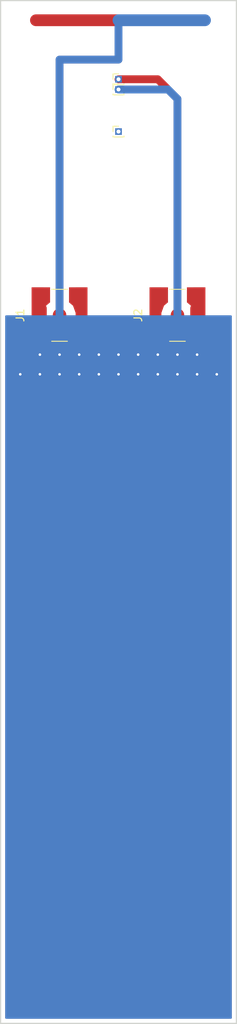
<source format=kicad_pcb>
(kicad_pcb (version 4) (host pcbnew 4.0.1-stable)

  (general
    (links 29)
    (no_connects 0)
    (area 64.924999 44.924999 95.075001 175.075001)
    (thickness 1.6)
    (drawings 4)
    (tracks 66)
    (zones 0)
    (modules 5)
    (nets 4)
  )

  (page A4)
  (layers
    (0 F.Cu signal)
    (31 B.Cu signal)
    (32 B.Adhes user)
    (33 F.Adhes user)
    (34 B.Paste user)
    (35 F.Paste user)
    (36 B.SilkS user)
    (37 F.SilkS user)
    (38 B.Mask user)
    (39 F.Mask user)
    (40 Dwgs.User user)
    (41 Cmts.User user)
    (42 Eco1.User user)
    (43 Eco2.User user)
    (44 Edge.Cuts user)
    (45 Margin user)
    (46 B.CrtYd user)
    (47 F.CrtYd user)
    (48 B.Fab user)
    (49 F.Fab user hide)
  )

  (setup
    (last_trace_width 0.1524)
    (user_trace_width 0.2)
    (user_trace_width 0.5)
    (user_trace_width 1)
    (user_trace_width 1.5)
    (trace_clearance 0.1524)
    (zone_clearance 0.508)
    (zone_45_only no)
    (trace_min 0.1524)
    (segment_width 0.2)
    (edge_width 0.15)
    (via_size 0.6858)
    (via_drill 0.3302)
    (via_min_size 0.6858)
    (via_min_drill 0.3302)
    (uvia_size 0.762)
    (uvia_drill 0.508)
    (uvias_allowed no)
    (uvia_min_size 0)
    (uvia_min_drill 0)
    (pcb_text_width 0.3)
    (pcb_text_size 1.5 1.5)
    (mod_edge_width 0.15)
    (mod_text_size 1 1)
    (mod_text_width 0.15)
    (pad_size 0.85 0.85)
    (pad_drill 0.5)
    (pad_to_mask_clearance 0.2)
    (aux_axis_origin 0 0)
    (visible_elements 7FFFFFFF)
    (pcbplotparams
      (layerselection 0x00030_80000001)
      (usegerberextensions false)
      (excludeedgelayer true)
      (linewidth 0.100000)
      (plotframeref false)
      (viasonmask false)
      (mode 1)
      (useauxorigin false)
      (hpglpennumber 1)
      (hpglpenspeed 20)
      (hpglpendiameter 15)
      (hpglpenoverlay 2)
      (psnegative false)
      (psa4output false)
      (plotreference true)
      (plotvalue true)
      (plotinvisibletext false)
      (padsonsilk false)
      (subtractmaskfromsilk false)
      (outputformat 1)
      (mirror false)
      (drillshape 1)
      (scaleselection 1)
      (outputdirectory ""))
  )

  (net 0 "")
  (net 1 GND)
  (net 2 /H)
  (net 3 /V)

  (net_class Default "This is the default net class."
    (clearance 0.1524)
    (trace_width 0.1524)
    (via_dia 0.6858)
    (via_drill 0.3302)
    (uvia_dia 0.762)
    (uvia_drill 0.508)
    (add_net /H)
    (add_net /V)
    (add_net GND)
  )

  (net_class Antenna ""
    (clearance 0.1524)
    (trace_width 1.5)
    (via_dia 0.6858)
    (via_drill 0.3302)
    (uvia_dia 0.762)
    (uvia_drill 0.508)
  )

  (net_class "Signal Trace" ""
    (clearance 0.1524)
    (trace_width 1)
    (via_dia 0.6858)
    (via_drill 0.3302)
    (uvia_dia 0.762)
    (uvia_drill 0.508)
  )

  (module Pin_Headers:Pin_Header_Straight_1x01_Pitch1.00mm (layer F.Cu) (tedit 59A5D6CA) (tstamp 59A5DA86)
    (at 80 61.65)
    (descr "Through hole straight pin header, 1x01, 1.00mm pitch, single row")
    (tags "Through hole pin header THT 1x01 1.00mm single row")
    (fp_text reference "" (at 0 -1.56) (layer F.SilkS)
      (effects (font (size 1 1) (thickness 0.15)))
    )
    (fp_text value "" (at 0 1.56) (layer F.Fab)
      (effects (font (size 1 1) (thickness 0.15)))
    )
    (fp_line (start -0.3175 -0.5) (end 0.635 -0.5) (layer F.Fab) (width 0.1))
    (fp_line (start 0.635 -0.5) (end 0.635 0.5) (layer F.Fab) (width 0.1))
    (fp_line (start 0.635 0.5) (end -0.635 0.5) (layer F.Fab) (width 0.1))
    (fp_line (start -0.635 0.5) (end -0.635 -0.1825) (layer F.Fab) (width 0.1))
    (fp_line (start -0.635 -0.1825) (end -0.3175 -0.5) (layer F.Fab) (width 0.1))
    (fp_line (start -0.695 0.685) (end 0.695 0.685) (layer F.SilkS) (width 0.12))
    (fp_line (start -0.695 0.685) (end -0.695 0.56) (layer F.SilkS) (width 0.12))
    (fp_line (start 0.695 0.685) (end 0.695 0.56) (layer F.SilkS) (width 0.12))
    (fp_line (start -0.695 0.685) (end -0.608276 0.685) (layer F.SilkS) (width 0.12))
    (fp_line (start 0.608276 0.685) (end 0.695 0.685) (layer F.SilkS) (width 0.12))
    (fp_line (start -0.695 0) (end -0.695 -0.685) (layer F.SilkS) (width 0.12))
    (fp_line (start -0.695 -0.685) (end 0 -0.685) (layer F.SilkS) (width 0.12))
    (fp_line (start -1.15 -1) (end -1.15 1) (layer F.CrtYd) (width 0.05))
    (fp_line (start -1.15 1) (end 1.15 1) (layer F.CrtYd) (width 0.05))
    (fp_line (start 1.15 1) (end 1.15 -1) (layer F.CrtYd) (width 0.05))
    (fp_line (start 1.15 -1) (end -1.15 -1) (layer F.CrtYd) (width 0.05))
    (fp_text user %R (at 0 0 90) (layer F.Fab)
      (effects (font (size 0.76 0.76) (thickness 0.114)))
    )
    (pad 1 thru_hole rect (at 0 0) (size 0.85 0.85) (drill 0.5) (layers *.Cu *.Mask))
    (model ${KISYS3DMOD}/Pin_Headers.3dshapes/Pin_Header_Straight_1x01_Pitch1.00mm.wrl
      (at (xyz 0 0 0))
      (scale (xyz 1 1 1))
      (rotate (xyz 0 0 0))
    )
  )

  (module Connectors:SMA_SMD_Jack_Straight (layer F.Cu) (tedit 58C35474) (tstamp 59A04135)
    (at 72.5 85 90)
    (descr "SMA pcb surface mount jack")
    (tags "SMA SMD Jack Straight")
    (path /5995FB60)
    (attr smd)
    (fp_text reference J1 (at 0 -5 90) (layer F.SilkS)
      (effects (font (size 1 1) (thickness 0.15)))
    )
    (fp_text value CONN_COAXIAL (at 0 5 90) (layer F.Fab)
      (effects (font (size 1 1) (thickness 0.15)))
    )
    (fp_circle (center 0 0) (end 1.27 0) (layer F.Fab) (width 0.1))
    (fp_circle (center 0 0) (end 2.04 0) (layer F.Fab) (width 0.1))
    (fp_line (start 4.06 4.06) (end -4.06 4.06) (layer F.CrtYd) (width 0.05))
    (fp_line (start 4.06 4.06) (end 4.06 -4.06) (layer F.CrtYd) (width 0.05))
    (fp_line (start -4.06 -4.06) (end -4.06 4.06) (layer F.CrtYd) (width 0.05))
    (fp_line (start -4.06 -4.06) (end 4.06 -4.06) (layer F.CrtYd) (width 0.05))
    (fp_line (start 1.58 1.58) (end 1.58 3.17) (layer F.Fab) (width 0.1))
    (fp_line (start 3.17 1.58) (end 1.58 1.58) (layer F.Fab) (width 0.1))
    (fp_line (start 1.58 -1.58) (end 3.17 -1.58) (layer F.Fab) (width 0.1))
    (fp_line (start 1.58 -3.17) (end 1.58 -1.58) (layer F.Fab) (width 0.1))
    (fp_line (start -3.17 1.58) (end -1.58 1.58) (layer F.Fab) (width 0.1))
    (fp_line (start -1.58 1.58) (end -1.58 3.17) (layer F.Fab) (width 0.1))
    (fp_line (start -3.17 -1.58) (end -1.58 -1.58) (layer F.Fab) (width 0.1))
    (fp_line (start -1.58 -3.17) (end -1.58 -1.58) (layer F.Fab) (width 0.1))
    (fp_line (start -3.17 -3.17) (end 3.17 -3.17) (layer F.Fab) (width 0.1))
    (fp_line (start -3.17 -3.17) (end -3.17 3.17) (layer F.Fab) (width 0.1))
    (fp_line (start -3.17 3.17) (end 3.17 3.17) (layer F.Fab) (width 0.1))
    (fp_line (start 3.17 -3.17) (end 3.17 3.17) (layer F.Fab) (width 0.1))
    (fp_line (start -3.3 -1) (end -3.3 1) (layer F.SilkS) (width 0.12))
    (fp_line (start 3.3 -1) (end 3.3 1) (layer F.SilkS) (width 0.12))
    (fp_text user %R (at 0 -5 90) (layer F.Fab)
      (effects (font (size 1 1) (thickness 0.15)))
    )
    (pad 2 smd rect (at 0.85 2.38 110) (size 2 1) (layers F.Cu F.Paste F.Mask)
      (net 1 GND))
    (pad 2 smd rect (at -0.85 2.38 70) (size 2 1) (layers F.Cu F.Paste F.Mask)
      (net 1 GND))
    (pad 2 smd rect (at 0.85 -2.38 70) (size 2 1) (layers F.Cu F.Paste F.Mask)
      (net 1 GND))
    (pad 2 smd rect (at -0.85 -2.38 110) (size 2 1) (layers F.Cu F.Paste F.Mask)
      (net 1 GND))
    (pad 2 smd rect (at 1.515 1.749 140) (size 1 0.5) (layers F.Cu F.Paste F.Mask)
      (net 1 GND))
    (pad 2 smd rect (at -1.515 1.749 40) (size 1 0.5) (layers F.Cu F.Paste F.Mask)
      (net 1 GND))
    (pad 2 smd rect (at 1.515 -1.749 40) (size 1 0.5) (layers F.Cu F.Paste F.Mask)
      (net 1 GND))
    (pad 2 smd rect (at -1.515 -1.749 140) (size 1 0.5) (layers F.Cu F.Paste F.Mask)
      (net 1 GND))
    (pad 2 smd rect (at 2.6 2.38 180) (size 2.35 1.91) (layers F.Cu F.Paste F.Mask)
      (net 1 GND))
    (pad 2 smd rect (at 0 2.8 180) (size 1.51 7.11) (layers F.Cu F.Paste F.Mask)
      (net 1 GND))
    (pad 2 smd rect (at -2.6 2.38 180) (size 2.35 1.91) (layers F.Cu F.Paste F.Mask)
      (net 1 GND))
    (pad 2 smd rect (at 2.6 -2.38 180) (size 2.35 1.91) (layers F.Cu F.Paste F.Mask)
      (net 1 GND))
    (pad 1 smd circle (at 0 0 180) (size 1.73 1.73) (layers F.Cu F.Paste F.Mask)
      (net 2 /H))
    (pad 2 smd rect (at 0 -2.8 180) (size 1.51 7.11) (layers F.Cu F.Paste F.Mask)
      (net 1 GND))
    (pad 2 smd rect (at -2.6 -2.38 180) (size 2.35 1.91) (layers F.Cu F.Paste F.Mask)
      (net 1 GND))
  )

  (module Connectors:SMA_SMD_Jack_Straight (layer F.Cu) (tedit 58C35474) (tstamp 59A0415D)
    (at 87.5 85 90)
    (descr "SMA pcb surface mount jack")
    (tags "SMA SMD Jack Straight")
    (path /59A03ABE)
    (attr smd)
    (fp_text reference J2 (at 0 -5 90) (layer F.SilkS)
      (effects (font (size 1 1) (thickness 0.15)))
    )
    (fp_text value CONN_COAXIAL (at 0 5 90) (layer F.Fab)
      (effects (font (size 1 1) (thickness 0.15)))
    )
    (fp_circle (center 0 0) (end 1.27 0) (layer F.Fab) (width 0.1))
    (fp_circle (center 0 0) (end 2.04 0) (layer F.Fab) (width 0.1))
    (fp_line (start 4.06 4.06) (end -4.06 4.06) (layer F.CrtYd) (width 0.05))
    (fp_line (start 4.06 4.06) (end 4.06 -4.06) (layer F.CrtYd) (width 0.05))
    (fp_line (start -4.06 -4.06) (end -4.06 4.06) (layer F.CrtYd) (width 0.05))
    (fp_line (start -4.06 -4.06) (end 4.06 -4.06) (layer F.CrtYd) (width 0.05))
    (fp_line (start 1.58 1.58) (end 1.58 3.17) (layer F.Fab) (width 0.1))
    (fp_line (start 3.17 1.58) (end 1.58 1.58) (layer F.Fab) (width 0.1))
    (fp_line (start 1.58 -1.58) (end 3.17 -1.58) (layer F.Fab) (width 0.1))
    (fp_line (start 1.58 -3.17) (end 1.58 -1.58) (layer F.Fab) (width 0.1))
    (fp_line (start -3.17 1.58) (end -1.58 1.58) (layer F.Fab) (width 0.1))
    (fp_line (start -1.58 1.58) (end -1.58 3.17) (layer F.Fab) (width 0.1))
    (fp_line (start -3.17 -1.58) (end -1.58 -1.58) (layer F.Fab) (width 0.1))
    (fp_line (start -1.58 -3.17) (end -1.58 -1.58) (layer F.Fab) (width 0.1))
    (fp_line (start -3.17 -3.17) (end 3.17 -3.17) (layer F.Fab) (width 0.1))
    (fp_line (start -3.17 -3.17) (end -3.17 3.17) (layer F.Fab) (width 0.1))
    (fp_line (start -3.17 3.17) (end 3.17 3.17) (layer F.Fab) (width 0.1))
    (fp_line (start 3.17 -3.17) (end 3.17 3.17) (layer F.Fab) (width 0.1))
    (fp_line (start -3.3 -1) (end -3.3 1) (layer F.SilkS) (width 0.12))
    (fp_line (start 3.3 -1) (end 3.3 1) (layer F.SilkS) (width 0.12))
    (fp_text user %R (at 0 -5 90) (layer F.Fab)
      (effects (font (size 1 1) (thickness 0.15)))
    )
    (pad 2 smd rect (at 0.85 2.38 110) (size 2 1) (layers F.Cu F.Paste F.Mask)
      (net 1 GND))
    (pad 2 smd rect (at -0.85 2.38 70) (size 2 1) (layers F.Cu F.Paste F.Mask)
      (net 1 GND))
    (pad 2 smd rect (at 0.85 -2.38 70) (size 2 1) (layers F.Cu F.Paste F.Mask)
      (net 1 GND))
    (pad 2 smd rect (at -0.85 -2.38 110) (size 2 1) (layers F.Cu F.Paste F.Mask)
      (net 1 GND))
    (pad 2 smd rect (at 1.515 1.749 140) (size 1 0.5) (layers F.Cu F.Paste F.Mask)
      (net 1 GND))
    (pad 2 smd rect (at -1.515 1.749 40) (size 1 0.5) (layers F.Cu F.Paste F.Mask)
      (net 1 GND))
    (pad 2 smd rect (at 1.515 -1.749 40) (size 1 0.5) (layers F.Cu F.Paste F.Mask)
      (net 1 GND))
    (pad 2 smd rect (at -1.515 -1.749 140) (size 1 0.5) (layers F.Cu F.Paste F.Mask)
      (net 1 GND))
    (pad 2 smd rect (at 2.6 2.38 180) (size 2.35 1.91) (layers F.Cu F.Paste F.Mask)
      (net 1 GND))
    (pad 2 smd rect (at 0 2.8 180) (size 1.51 7.11) (layers F.Cu F.Paste F.Mask)
      (net 1 GND))
    (pad 2 smd rect (at -2.6 2.38 180) (size 2.35 1.91) (layers F.Cu F.Paste F.Mask)
      (net 1 GND))
    (pad 2 smd rect (at 2.6 -2.38 180) (size 2.35 1.91) (layers F.Cu F.Paste F.Mask)
      (net 1 GND))
    (pad 1 smd circle (at 0 0 180) (size 1.73 1.73) (layers F.Cu F.Paste F.Mask)
      (net 3 /V))
    (pad 2 smd rect (at 0 -2.8 180) (size 1.51 7.11) (layers F.Cu F.Paste F.Mask)
      (net 1 GND))
    (pad 2 smd rect (at -2.6 -2.38 180) (size 2.35 1.91) (layers F.Cu F.Paste F.Mask)
      (net 1 GND))
  )

  (module Pin_Headers:Pin_Header_Straight_1x01_Pitch1.00mm (layer F.Cu) (tedit 59A5DBD3) (tstamp 59A5D6B6)
    (at 80 55)
    (descr "Through hole straight pin header, 1x01, 1.00mm pitch, single row")
    (tags "Through hole pin header THT 1x01 1.00mm single row")
    (fp_text reference "" (at 0 -1.56) (layer F.SilkS)
      (effects (font (size 1 1) (thickness 0.15)))
    )
    (fp_text value "" (at 0 1.56) (layer F.Fab)
      (effects (font (size 1 1) (thickness 0.15)))
    )
    (fp_line (start -0.3175 -0.5) (end 0.635 -0.5) (layer F.Fab) (width 0.1))
    (fp_line (start 0.635 -0.5) (end 0.635 0.5) (layer F.Fab) (width 0.1))
    (fp_line (start 0.635 0.5) (end -0.635 0.5) (layer F.Fab) (width 0.1))
    (fp_line (start -0.635 0.5) (end -0.635 -0.1825) (layer F.Fab) (width 0.1))
    (fp_line (start -0.635 -0.1825) (end -0.3175 -0.5) (layer F.Fab) (width 0.1))
    (fp_line (start -0.695 0.685) (end 0.695 0.685) (layer F.SilkS) (width 0.12))
    (fp_line (start -0.695 0.685) (end -0.695 0.56) (layer F.SilkS) (width 0.12))
    (fp_line (start 0.695 0.685) (end 0.695 0.56) (layer F.SilkS) (width 0.12))
    (fp_line (start -0.695 0.685) (end -0.608276 0.685) (layer F.SilkS) (width 0.12))
    (fp_line (start 0.608276 0.685) (end 0.695 0.685) (layer F.SilkS) (width 0.12))
    (fp_line (start -0.695 0) (end -0.695 -0.685) (layer F.SilkS) (width 0.12))
    (fp_line (start -0.695 -0.685) (end 0 -0.685) (layer F.SilkS) (width 0.12))
    (fp_line (start -1.15 -1) (end -1.15 1) (layer F.CrtYd) (width 0.05))
    (fp_line (start -1.15 1) (end 1.15 1) (layer F.CrtYd) (width 0.05))
    (fp_line (start 1.15 1) (end 1.15 -1) (layer F.CrtYd) (width 0.05))
    (fp_line (start 1.15 -1) (end -1.15 -1) (layer F.CrtYd) (width 0.05))
    (fp_text user %R (at 0 0 90) (layer F.Fab)
      (effects (font (size 0.76 0.76) (thickness 0.114)))
    )
    (pad 1 thru_hole rect (at 0 0) (size 0.85 0.85) (drill 0.5) (layers *.Cu *.Mask)
      (net 3 /V))
    (model ${KISYS3DMOD}/Pin_Headers.3dshapes/Pin_Header_Straight_1x01_Pitch1.00mm.wrl
      (at (xyz 0 0 0))
      (scale (xyz 1 1 1))
      (rotate (xyz 0 0 0))
    )
  )

  (module Pin_Headers:Pin_Header_Straight_1x01_Pitch1.00mm (layer F.Cu) (tedit 59A5DBDA) (tstamp 59A5D6CC)
    (at 80 56.3)
    (descr "Through hole straight pin header, 1x01, 1.00mm pitch, single row")
    (tags "Through hole pin header THT 1x01 1.00mm single row")
    (fp_text reference "" (at 0 -1.56) (layer F.SilkS)
      (effects (font (size 1 1) (thickness 0.15)))
    )
    (fp_text value "" (at 0 1.56) (layer F.Fab)
      (effects (font (size 1 1) (thickness 0.15)))
    )
    (fp_line (start -0.3175 -0.5) (end 0.635 -0.5) (layer F.Fab) (width 0.1))
    (fp_line (start 0.635 -0.5) (end 0.635 0.5) (layer F.Fab) (width 0.1))
    (fp_line (start 0.635 0.5) (end -0.635 0.5) (layer F.Fab) (width 0.1))
    (fp_line (start -0.635 0.5) (end -0.635 -0.1825) (layer F.Fab) (width 0.1))
    (fp_line (start -0.635 -0.1825) (end -0.3175 -0.5) (layer F.Fab) (width 0.1))
    (fp_line (start -0.695 0.685) (end 0.695 0.685) (layer F.SilkS) (width 0.12))
    (fp_line (start -0.695 0.685) (end -0.695 0.56) (layer F.SilkS) (width 0.12))
    (fp_line (start 0.695 0.685) (end 0.695 0.56) (layer F.SilkS) (width 0.12))
    (fp_line (start -0.695 0.685) (end -0.608276 0.685) (layer F.SilkS) (width 0.12))
    (fp_line (start 0.608276 0.685) (end 0.695 0.685) (layer F.SilkS) (width 0.12))
    (fp_line (start -0.695 0) (end -0.695 -0.685) (layer F.SilkS) (width 0.12))
    (fp_line (start -0.695 -0.685) (end 0 -0.685) (layer F.SilkS) (width 0.12))
    (fp_line (start -1.15 -1) (end -1.15 1) (layer F.CrtYd) (width 0.05))
    (fp_line (start -1.15 1) (end 1.15 1) (layer F.CrtYd) (width 0.05))
    (fp_line (start 1.15 1) (end 1.15 -1) (layer F.CrtYd) (width 0.05))
    (fp_line (start 1.15 -1) (end -1.15 -1) (layer F.CrtYd) (width 0.05))
    (fp_text user %R (at 0 0 90) (layer F.Fab)
      (effects (font (size 0.76 0.76) (thickness 0.114)))
    )
    (pad 1 thru_hole rect (at 0 0) (size 0.85 0.85) (drill 0.5) (layers *.Cu *.Mask)
      (net 1 GND))
    (model ${KISYS3DMOD}/Pin_Headers.3dshapes/Pin_Header_Straight_1x01_Pitch1.00mm.wrl
      (at (xyz 0 0 0))
      (scale (xyz 1 1 1))
      (rotate (xyz 0 0 0))
    )
  )

  (gr_line (start 95 45) (end 95 175) (angle 90) (layer Edge.Cuts) (width 0.15))
  (gr_line (start 65 45) (end 95 45) (angle 90) (layer Edge.Cuts) (width 0.15))
  (gr_line (start 65 175) (end 65 45) (angle 90) (layer Edge.Cuts) (width 0.15))
  (gr_line (start 65 175) (end 95 175) (angle 90) (layer Edge.Cuts) (width 0.15))

  (segment (start 90 92.5) (end 92.5 92.5) (width 1.5) (layer B.Cu) (net 1))
  (via (at 92.5 92.5) (size 0.6858) (drill 0.3302) (layers F.Cu B.Cu) (net 1))
  (segment (start 91 47.5) (end 80 47.5) (width 1.5) (layer B.Cu) (net 1))
  (segment (start 80 52.5) (end 80 50) (width 1) (layer B.Cu) (net 1) (tstamp 59A6EA0A))
  (segment (start 72.5 55) (end 72.5 52.5) (width 1) (layer B.Cu) (net 1))
  (segment (start 72.5 55) (end 72.5 90) (width 1) (layer B.Cu) (net 1))
  (segment (start 72.5 52.5) (end 77.5 52.5) (width 1) (layer B.Cu) (net 1) (tstamp 59A6EA04))
  (segment (start 77.5 52.5) (end 80 52.5) (width 1) (layer B.Cu) (net 1))
  (segment (start 80 47.5) (end 80 50) (width 1) (layer B.Cu) (net 1))
  (segment (start 92.5 90) (end 90 90) (width 1.5) (layer F.Cu) (net 1))
  (via (at 90 90) (size 0.6858) (drill 0.3302) (layers F.Cu B.Cu) (net 1))
  (segment (start 90 92.5) (end 90 90) (width 1.5) (layer F.Cu) (net 1) (tstamp 59A6E823))
  (via (at 90 92.5) (size 0.6858) (drill 0.3302) (layers F.Cu B.Cu) (net 1))
  (segment (start 87.5 92.5) (end 90 92.5) (width 1.5) (layer B.Cu) (net 1) (tstamp 59A6E820))
  (via (at 87.5 92.5) (size 0.6858) (drill 0.3302) (layers F.Cu B.Cu) (net 1))
  (segment (start 87.5 90) (end 87.5 92.5) (width 1.5) (layer F.Cu) (net 1) (tstamp 59A6E81D))
  (via (at 87.5 90) (size 0.6858) (drill 0.3302) (layers F.Cu B.Cu) (net 1))
  (segment (start 92.5 90) (end 89.88 87.38) (width 1.5) (layer F.Cu) (net 1) (tstamp 59A6E83D))
  (segment (start 89.88 84.15) (end 89.88 87.38) (width 1.5) (layer F.Cu) (net 1))
  (segment (start 67.5 90) (end 67.5 92.5) (width 1.5) (layer F.Cu) (net 1))
  (segment (start 70.12 87.38) (end 67.5 90) (width 1.5) (layer F.Cu) (net 1) (tstamp 59A6E72A))
  (via (at 77.5 90) (size 0.6858) (drill 0.3302) (layers F.Cu B.Cu) (net 1))
  (segment (start 75 90) (end 77.5 90) (width 1.5) (layer B.Cu) (net 1) (tstamp 59A6E802))
  (via (at 75 90) (size 0.6858) (drill 0.3302) (layers F.Cu B.Cu) (net 1))
  (segment (start 75 92.5) (end 75 90) (width 1.5) (layer F.Cu) (net 1) (tstamp 59A6E7FF))
  (via (at 75 92.5) (size 0.6858) (drill 0.3302) (layers F.Cu B.Cu) (net 1))
  (segment (start 72.5 92.5) (end 75 92.5) (width 1.5) (layer B.Cu) (net 1) (tstamp 59A6E7FC))
  (via (at 72.5 92.5) (size 0.6858) (drill 0.3302) (layers F.Cu B.Cu) (net 1))
  (segment (start 72.5 90) (end 72.5 92.5) (width 1.5) (layer F.Cu) (net 1) (tstamp 59A6E7F9))
  (via (at 72.5 90) (size 0.6858) (drill 0.3302) (layers F.Cu B.Cu) (net 1))
  (segment (start 70 90) (end 72.5 90) (width 1.5) (layer B.Cu) (net 1) (tstamp 59A6E7F6))
  (via (at 70 90) (size 0.6858) (drill 0.3302) (layers F.Cu B.Cu) (net 1))
  (segment (start 70 92.5) (end 70 90) (width 1.5) (layer F.Cu) (net 1) (tstamp 59A6E7F3))
  (via (at 70 92.5) (size 0.6858) (drill 0.3302) (layers F.Cu B.Cu) (net 1))
  (segment (start 67.5 92.5) (end 70 92.5) (width 1.5) (layer B.Cu) (net 1) (tstamp 59A6E7F0))
  (via (at 67.5 92.5) (size 0.6858) (drill 0.3302) (layers F.Cu B.Cu) (net 1))
  (segment (start 77.5 90) (end 77.5 92.5) (width 1.5) (layer F.Cu) (net 1) (tstamp 59A6E805))
  (via (at 82.5 90) (size 0.6858) (drill 0.3302) (layers F.Cu B.Cu) (net 1))
  (segment (start 80 90) (end 82.5 90) (width 1.5) (layer B.Cu) (net 1) (tstamp 59A6E80E))
  (via (at 80 90) (size 0.6858) (drill 0.3302) (layers F.Cu B.Cu) (net 1))
  (segment (start 80 92.5) (end 80 90) (width 1.5) (layer F.Cu) (net 1) (tstamp 59A6E80B))
  (via (at 80 92.5) (size 0.6858) (drill 0.3302) (layers F.Cu B.Cu) (net 1))
  (segment (start 77.5 92.5) (end 80 92.5) (width 1.5) (layer B.Cu) (net 1) (tstamp 59A6E808))
  (via (at 77.5 92.5) (size 0.6858) (drill 0.3302) (layers F.Cu B.Cu) (net 1))
  (segment (start 82.5 90) (end 82.5 92.5) (width 1.5) (layer F.Cu) (net 1) (tstamp 59A6E811))
  (via (at 82.5 92.5) (size 0.6858) (drill 0.3302) (layers F.Cu B.Cu) (net 1))
  (segment (start 82.5 92.5) (end 85 92.5) (width 1.5) (layer B.Cu) (net 1) (tstamp 59A6E814))
  (via (at 85 92.5) (size 0.6858) (drill 0.3302) (layers F.Cu B.Cu) (net 1))
  (segment (start 85 92.5) (end 85 90) (width 1.5) (layer F.Cu) (net 1) (tstamp 59A6E817))
  (via (at 85 90) (size 0.6858) (drill 0.3302) (layers F.Cu B.Cu) (net 1))
  (segment (start 85 90) (end 87.5 90) (width 1.5) (layer B.Cu) (net 1) (tstamp 59A6E81A))
  (segment (start 70.12 84.15) (end 70.12 87.38) (width 1.5) (layer F.Cu) (net 1))
  (segment (start 80 56.3) (end 86.3 56.3) (width 1) (layer B.Cu) (net 1))
  (segment (start 87.5 57.5) (end 87.5 90) (width 1) (layer B.Cu) (net 1) (tstamp 59A6D5AD))
  (segment (start 86.3 56.3) (end 87.5 57.5) (width 1) (layer B.Cu) (net 1) (tstamp 59A6D5AC))
  (segment (start 85.12 85.85) (end 85.12 87.38) (width 0.25) (layer F.Cu) (net 1))
  (segment (start 85.12 87.38) (end 82.5 90) (width 1.5) (layer F.Cu) (net 1) (tstamp 59A5DB31))
  (segment (start 74.88 84.15) (end 74.88 87.38) (width 0.25) (layer F.Cu) (net 1))
  (segment (start 74.88 87.38) (end 77.5 90) (width 1.5) (layer F.Cu) (net 1) (tstamp 59A5DB24))
  (segment (start 72.5 85) (end 72.5 52.5) (width 1) (layer F.Cu) (net 2))
  (segment (start 72.5 52.5) (end 80 52.5) (width 1) (layer F.Cu) (net 2) (tstamp 59A5DC1D))
  (segment (start 80 52.5) (end 80 47.5) (width 1) (layer F.Cu) (net 2) (tstamp 59A5DC32))
  (segment (start 80 47.5) (end 69.5 47.5) (width 1.5) (layer F.Cu) (net 2) (tstamp 59A5DC33))
  (segment (start 80 55) (end 85 55) (width 1) (layer F.Cu) (net 3))
  (segment (start 85 55) (end 87.5 57.5) (width 1) (layer F.Cu) (net 3))
  (segment (start 87.5 57.5) (end 87.5 85) (width 1) (layer F.Cu) (net 3))

  (zone (net 1) (net_name GND) (layer B.Cu) (tstamp 59A5DAF3) (hatch edge 0.508)
    (connect_pads (clearance 0.508))
    (min_thickness 0.254)
    (fill yes (arc_segments 16) (thermal_gap 0.508) (thermal_bridge_width 0.508))
    (polygon
      (pts
        (xy 95 175) (xy 65 175) (xy 65 85) (xy 95 85)
      )
    )
    (filled_polygon
      (pts
        (xy 94.29 174.29) (xy 65.71 174.29) (xy 65.71 85.127) (xy 94.29 85.127)
      )
    )
  )
  (zone (net 1) (net_name GND) (layer F.Cu) (tstamp 59A5DAF4) (hatch edge 0.508)
    (connect_pads (clearance 0.508))
    (min_thickness 0.254)
    (fill yes (arc_segments 16) (thermal_gap 0.508) (thermal_bridge_width 0.508))
    (polygon
      (pts
        (xy 65 88) (xy 95 88) (xy 95 175) (xy 65 175)
      )
    )
    (filled_polygon
      (pts
        (xy 68.31 88.68131) (xy 68.406673 88.914699) (xy 68.585302 89.093327) (xy 68.818691 89.19) (xy 69.83425 89.19)
        (xy 69.91 89.11425) (xy 69.98575 89.19) (xy 71.421309 89.19) (xy 71.654698 89.093327) (xy 71.833327 88.914699)
        (xy 71.93 88.68131) (xy 71.93 88.127) (xy 73.07 88.127) (xy 73.07 88.68131) (xy 73.166673 88.914699)
        (xy 73.345302 89.093327) (xy 73.578691 89.19) (xy 75.01425 89.19) (xy 75.09 89.11425) (xy 75.16575 89.19)
        (xy 76.181309 89.19) (xy 76.414698 89.093327) (xy 76.593327 88.914699) (xy 76.69 88.68131) (xy 76.69 88.127)
        (xy 83.31 88.127) (xy 83.31 88.68131) (xy 83.406673 88.914699) (xy 83.585302 89.093327) (xy 83.818691 89.19)
        (xy 84.83425 89.19) (xy 84.91 89.11425) (xy 84.98575 89.19) (xy 86.421309 89.19) (xy 86.654698 89.093327)
        (xy 86.833327 88.914699) (xy 86.93 88.68131) (xy 86.93 88.127) (xy 88.07 88.127) (xy 88.07 88.68131)
        (xy 88.166673 88.914699) (xy 88.345302 89.093327) (xy 88.578691 89.19) (xy 90.01425 89.19) (xy 90.09 89.11425)
        (xy 90.16575 89.19) (xy 91.181309 89.19) (xy 91.414698 89.093327) (xy 91.593327 88.914699) (xy 91.69 88.68131)
        (xy 91.69 88.127) (xy 94.29 88.127) (xy 94.29 174.29) (xy 65.71 174.29) (xy 65.71 88.127)
        (xy 68.31 88.127)
      )
    )
  )
)

</source>
